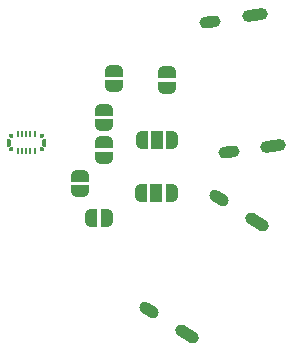
<source format=gts>
G04 #@! TF.GenerationSoftware,KiCad,Pcbnew,(7.0.0-0)*
G04 #@! TF.CreationDate,2024-02-07T16:44:52+08:00*
G04 #@! TF.ProjectId,SWDProgrammer,53574450-726f-4677-9261-6d6d65722e6b,rev?*
G04 #@! TF.SameCoordinates,Original*
G04 #@! TF.FileFunction,Soldermask,Top*
G04 #@! TF.FilePolarity,Negative*
%FSLAX46Y46*%
G04 Gerber Fmt 4.6, Leading zero omitted, Abs format (unit mm)*
G04 Created by KiCad (PCBNEW (7.0.0-0)) date 2024-02-07 16:44:52*
%MOMM*%
%LPD*%
G01*
G04 APERTURE LIST*
G04 Aperture macros list*
%AMRoundRect*
0 Rectangle with rounded corners*
0 $1 Rounding radius*
0 $2 $3 $4 $5 $6 $7 $8 $9 X,Y pos of 4 corners*
0 Add a 4 corners polygon primitive as box body*
4,1,4,$2,$3,$4,$5,$6,$7,$8,$9,$2,$3,0*
0 Add four circle primitives for the rounded corners*
1,1,$1+$1,$2,$3*
1,1,$1+$1,$4,$5*
1,1,$1+$1,$6,$7*
1,1,$1+$1,$8,$9*
0 Add four rect primitives between the rounded corners*
20,1,$1+$1,$2,$3,$4,$5,0*
20,1,$1+$1,$4,$5,$6,$7,0*
20,1,$1+$1,$6,$7,$8,$9,0*
20,1,$1+$1,$8,$9,$2,$3,0*%
%AMHorizOval*
0 Thick line with rounded ends*
0 $1 width*
0 $2 $3 position (X,Y) of the first rounded end (center of the circle)*
0 $4 $5 position (X,Y) of the second rounded end (center of the circle)*
0 Add line between two ends*
20,1,$1,$2,$3,$4,$5,0*
0 Add two circle primitives to create the rounded ends*
1,1,$1,$2,$3*
1,1,$1,$4,$5*%
%AMOutline5P*
0 Free polygon, 5 corners , with rotation*
0 The origin of the aperture is its center*
0 number of corners: always 5*
0 $1 to $10 corner X, Y*
0 $11 Rotation angle, in degrees counterclockwise*
0 create outline with 5 corners*
4,1,5,$1,$2,$3,$4,$5,$6,$7,$8,$9,$10,$1,$2,$11*%
%AMOutline6P*
0 Free polygon, 6 corners , with rotation*
0 The origin of the aperture is its center*
0 number of corners: always 6*
0 $1 to $12 corner X, Y*
0 $13 Rotation angle, in degrees counterclockwise*
0 create outline with 6 corners*
4,1,6,$1,$2,$3,$4,$5,$6,$7,$8,$9,$10,$11,$12,$1,$2,$13*%
%AMOutline7P*
0 Free polygon, 7 corners , with rotation*
0 The origin of the aperture is its center*
0 number of corners: always 7*
0 $1 to $14 corner X, Y*
0 $15 Rotation angle, in degrees counterclockwise*
0 create outline with 7 corners*
4,1,7,$1,$2,$3,$4,$5,$6,$7,$8,$9,$10,$11,$12,$13,$14,$1,$2,$15*%
%AMOutline8P*
0 Free polygon, 8 corners , with rotation*
0 The origin of the aperture is its center*
0 number of corners: always 8*
0 $1 to $16 corner X, Y*
0 $17 Rotation angle, in degrees counterclockwise*
0 create outline with 8 corners*
4,1,8,$1,$2,$3,$4,$5,$6,$7,$8,$9,$10,$11,$12,$13,$14,$15,$16,$1,$2,$17*%
%AMFreePoly0*
4,1,19,0.550000,-0.750000,0.000000,-0.750000,0.000000,-0.744911,-0.071157,-0.744911,-0.207708,-0.704816,-0.327430,-0.627875,-0.420627,-0.520320,-0.479746,-0.390866,-0.500000,-0.250000,-0.500000,0.250000,-0.479746,0.390866,-0.420627,0.520320,-0.327430,0.627875,-0.207708,0.704816,-0.071157,0.744911,0.000000,0.744911,0.000000,0.750000,0.550000,0.750000,0.550000,-0.750000,0.550000,-0.750000,
$1*%
%AMFreePoly1*
4,1,19,0.000000,0.744911,0.071157,0.744911,0.207708,0.704816,0.327430,0.627875,0.420627,0.520320,0.479746,0.390866,0.500000,0.250000,0.500000,-0.250000,0.479746,-0.390866,0.420627,-0.520320,0.327430,-0.627875,0.207708,-0.704816,0.071157,-0.744911,0.000000,-0.744911,0.000000,-0.750000,-0.550000,-0.750000,-0.550000,0.750000,0.000000,0.750000,0.000000,0.744911,0.000000,0.744911,
$1*%
%AMFreePoly2*
4,1,19,0.500000,-0.750000,0.000000,-0.750000,0.000000,-0.744911,-0.071157,-0.744911,-0.207708,-0.704816,-0.327430,-0.627875,-0.420627,-0.520320,-0.479746,-0.390866,-0.500000,-0.250000,-0.500000,0.250000,-0.479746,0.390866,-0.420627,0.520320,-0.327430,0.627875,-0.207708,0.704816,-0.071157,0.744911,0.000000,0.744911,0.000000,0.750000,0.500000,0.750000,0.500000,-0.750000,0.500000,-0.750000,
$1*%
%AMFreePoly3*
4,1,19,0.000000,0.744911,0.071157,0.744911,0.207708,0.704816,0.327430,0.627875,0.420627,0.520320,0.479746,0.390866,0.500000,0.250000,0.500000,-0.250000,0.479746,-0.390866,0.420627,-0.520320,0.327430,-0.627875,0.207708,-0.704816,0.071157,-0.744911,0.000000,-0.744911,0.000000,-0.750000,-0.500000,-0.750000,-0.500000,0.750000,0.000000,0.750000,0.000000,0.744911,0.000000,0.744911,
$1*%
G04 Aperture macros list end*
%ADD10FreePoly0,180.000000*%
%ADD11R,1.000000X1.500000*%
%ADD12FreePoly1,180.000000*%
%ADD13FreePoly2,90.000000*%
%ADD14FreePoly3,90.000000*%
%ADD15FreePoly2,0.000000*%
%ADD16FreePoly3,0.000000*%
%ADD17RoundRect,0.060000X-0.060000X-0.190000X0.060000X-0.190000X0.060000X0.190000X-0.060000X0.190000X0*%
%ADD18Outline5P,-0.200000X0.175000X0.060000X0.175000X0.200000X0.035000X0.200000X-0.175000X-0.200000X-0.175000X180.000000*%
%ADD19Outline6P,-0.130000X0.360000X0.026000X0.360000X0.130000X0.256000X0.130000X-0.256000X0.026000X-0.360000X-0.130000X-0.360000X0.000000*%
%ADD20Outline5P,-0.200000X0.035000X-0.060000X0.175000X0.200000X0.175000X0.200000X-0.175000X-0.200000X-0.175000X0.000000*%
%ADD21Outline5P,-0.200000X0.035000X-0.060000X0.175000X0.200000X0.175000X0.200000X-0.175000X-0.200000X-0.175000X180.000000*%
%ADD22Outline6P,-0.130000X0.256000X-0.026000X0.360000X0.130000X0.360000X0.130000X-0.360000X-0.026000X-0.360000X-0.130000X-0.256000X0.000000*%
%ADD23Outline5P,-0.200000X0.175000X0.060000X0.175000X0.200000X0.035000X0.200000X-0.175000X-0.200000X-0.175000X0.000000*%
%ADD24HorizOval,1.000000X-0.508829X0.317952X0.508829X-0.317952X0*%
%ADD25HorizOval,1.000000X-0.339219X0.211968X0.339219X-0.211968X0*%
%ADD26HorizOval,1.000000X0.594161X0.083504X-0.594161X-0.083504X0*%
%ADD27HorizOval,1.000000X0.396107X0.055669X-0.396107X-0.055669X0*%
G04 APERTURE END LIST*
D10*
X147050000Y-61557500D03*
D11*
X145749999Y-61557499D03*
D12*
X144450000Y-61557500D03*
D10*
X147000000Y-66100000D03*
D11*
X145699999Y-66099999D03*
D12*
X144400000Y-66100000D03*
D13*
X141250000Y-63100000D03*
D14*
X141250000Y-61800000D03*
D15*
X140200000Y-68200000D03*
D16*
X141500000Y-68200000D03*
D13*
X146650000Y-57150000D03*
D14*
X146650000Y-55850000D03*
D17*
X133999999Y-61115943D03*
X134349999Y-61115943D03*
X134699999Y-61115943D03*
X135049999Y-61115943D03*
X135399999Y-61115943D03*
X133999999Y-62525943D03*
X134349999Y-62525943D03*
X134699999Y-62525943D03*
X135049999Y-62525943D03*
X135399999Y-62525943D03*
D18*
X133394998Y-61280943D03*
D19*
X133189998Y-61825942D03*
D20*
X133394998Y-62370942D03*
D21*
X136004998Y-61280942D03*
D22*
X136209998Y-61825942D03*
D23*
X136004998Y-62370942D03*
D13*
X139250000Y-65900000D03*
D14*
X139250000Y-64600000D03*
D13*
X141250000Y-60350000D03*
D14*
X141250000Y-59050000D03*
D13*
X142150000Y-57050000D03*
D14*
X142150000Y-55750000D03*
D24*
X148316797Y-78015415D03*
X154225715Y-68559170D03*
D25*
X151003291Y-66545222D03*
X145094215Y-76001721D03*
D26*
X155581179Y-62080248D03*
X154029316Y-51038164D03*
D27*
X150266255Y-51566725D03*
X151818161Y-62609105D03*
M02*

</source>
